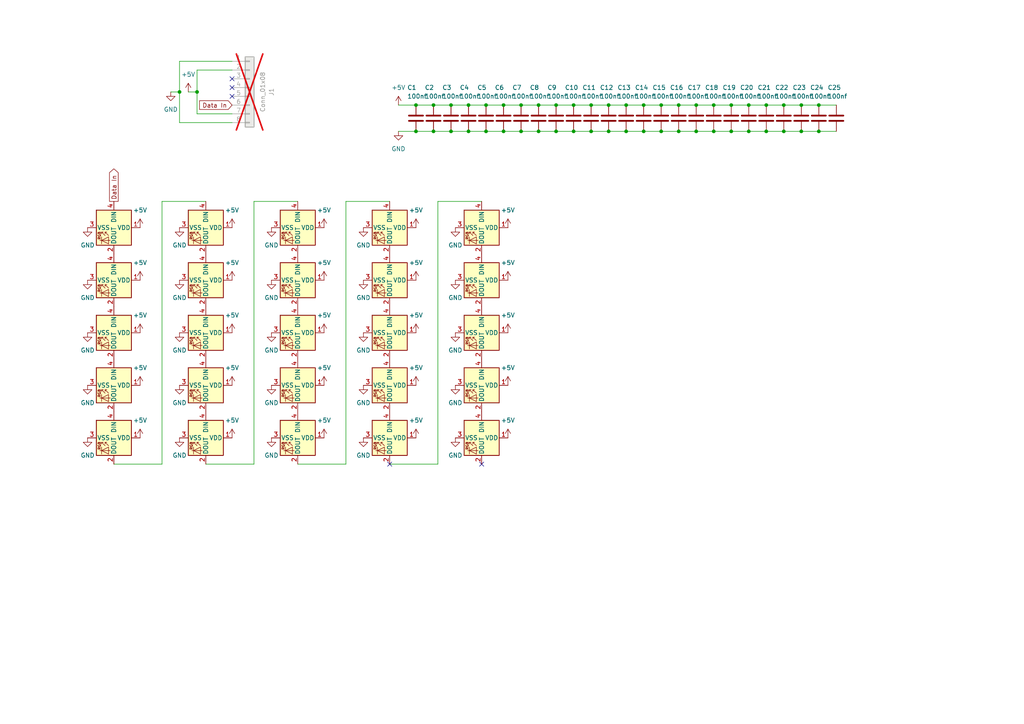
<source format=kicad_sch>
(kicad_sch (version 20230121) (generator eeschema)
  (paper "A4")
  (lib_symbols
    (symbol "Connector_Generic:Conn_01x08" (pin_names (offset 1.016) hide)
      (property "Reference" "J" (at 0 10.16 0))
      (property "Value" "Conn_01x08" (at 0 -12.7 0))
      (symbol "Conn_01x08_1_1"
        (rectangle (start -1.27 -10.033) (end 0 -10.287) (stroke (width 0.1524)))
        (rectangle (start -1.27 -7.493) (end 0 -7.747) (stroke (width 0.1524)))
        (rectangle (start -1.27 -4.953) (end 0 -5.207) (stroke (width 0.1524)))
        (rectangle (start -1.27 -2.413) (end 0 -2.667) (stroke (width 0.1524)))
        (rectangle (start -1.27 0.127) (end 0 -0.127) (stroke (width 0.1524)))
        (rectangle (start -1.27 2.667) (end 0 2.413) (stroke (width 0.1524)))
        (rectangle (start -1.27 5.207) (end 0 4.953) (stroke (width 0.1524)))
        (rectangle (start -1.27 7.747) (end 0 7.493) (stroke (width 0.1524)))
        (rectangle (start -1.27 8.89) (end 1.27 -11.43) (stroke (width 0.254)) (fill (type background)))
        (pin passive line (at -5.08 7.62 0) (length 3.81) (name "Pin_1") (number "1"))
        (pin passive line (at -5.08 5.08 0) (length 3.81) (name "Pin_2") (number "2"))
        (pin passive line (at -5.08 2.54 0) (length 3.81) (name "Pin_3") (number "3"))
        (pin passive line (at -5.08 0 0) (length 3.81) (name "Pin_4") (number "4"))
        (pin passive line (at -5.08 -2.54 0) (length 3.81) (name "Pin_5") (number "5"))
        (pin passive line (at -5.08 -5.08 0) (length 3.81) (name "Pin_6") (number "6"))
        (pin passive line (at -5.08 -7.62 0) (length 3.81) (name "Pin_7") (number "7"))
        (pin passive line (at -5.08 -10.16 0) (length 3.81) (name "Pin_8") (number "8"))
      )
    )
    (symbol "Device:C" (pin_numbers hide) (pin_names (offset 0.254))
      (property "Reference" "C" (at 0.635 2.54 0))
      (property "Value" "C" (at 0.635 -2.54 0))
      (symbol "C_0_1"
        (polyline (pts (xy -2.032 -0.762) (xy 2.032 -0.762)) (stroke (width 0.508)))
        (polyline (pts (xy -2.032 0.762) (xy 2.032 0.762)) (stroke (width 0.508)))
      )
      (symbol "C_1_1"
        (pin passive line (at 0 3.81 270) (length 2.794) (name "~") (number "1"))
        (pin passive line (at 0 -3.81 90) (length 2.794) (name "~") (number "2"))
      )
    )
    (symbol "LED:WS2812B" (pin_names (offset 0.254))
      (property "Reference" "D" (at 5.08 5.715 0))
      (property "Value" "WS2812B" (at 1.27 -5.715 0))
      (symbol "WS2812B_0_0"
        (text "RGB" (at 2.286 -4.191 0) (effects (font (size 0.762 0.762))))
      )
      (symbol "WS2812B_0_1"
        (polyline (pts (xy 1.27 -3.556) (xy 1.778 -3.556)))
        (polyline (pts (xy 1.27 -2.54) (xy 1.778 -2.54)))
        (polyline (pts (xy 4.699 -3.556) (xy 2.667 -3.556)))
        (polyline (pts (xy 2.286 -2.54) (xy 1.27 -3.556) (xy 1.27 -3.048)))
        (polyline (pts (xy 2.286 -1.524) (xy 1.27 -2.54) (xy 1.27 -2.032)))
        (polyline (pts (xy 3.683 -1.016) (xy 3.683 -3.556) (xy 3.683 -4.064)))
        (polyline (pts (xy 4.699 -1.524) (xy 2.667 -1.524) (xy 3.683 -3.556) (xy 4.699 -1.524)))
        (rectangle (start 5.08 5.08) (end -5.08 -5.08) (stroke (width 0.254)) (fill (type background)))
      )
      (symbol "WS2812B_1_1"
        (pin power_in line (at 0 7.62 270) (length 2.54) (name "VDD") (number "1"))
        (pin output line (at 7.62 0 180) (length 2.54) (name "DOUT") (number "2"))
        (pin power_in line (at 0 -7.62 90) (length 2.54) (name "VSS") (number "3"))
        (pin input line (at -7.62 0 0) (length 2.54) (name "DIN") (number "4"))
      )
    )
    (symbol "power:+5V" (power) (pin_names (offset 0))
      (property "Value" "+5V" (at 0 3.556 0))
      (symbol "+5V_0_1"
        (polyline (pts (xy -0.762 1.27) (xy 0 2.54)))
        (polyline (pts (xy 0 0) (xy 0 2.54)))
        (polyline (pts (xy 0 2.54) (xy 0.762 1.27)))
      )
      (symbol "+5V_1_1"
        (pin power_in line (at 0 0 90) (length 0) hide (name "+5V") (number "1"))
      )
    )
    (symbol "power:GND" (power) (pin_names (offset 0))
      (property "Value" "GND" (at 0 -3.81 0))
      (symbol "GND_0_1"
        (polyline (pts (xy 0 0) (xy 0 -1.27) (xy 1.27 -1.27) (xy 0 -2.54) (xy -1.27 -1.27) (xy 0 -1.27)))
      )
      (symbol "GND_1_1"
        (pin power_in line (at 0 0 270) (length 0) hide (name "GND") (number "1"))
      )
    )
  )
  (junction (at 181.61 38.1))
  (junction (at 161.29 38.1))
  (junction (at 227.33 38.1))
  (junction (at 237.49 38.1))
  (junction (at 166.37 30.48))
  (junction (at 176.53 38.1))
  (junction (at 151.13 30.48))
  (junction (at 232.41 38.1))
  (junction (at 146.05 30.48))
  (junction (at 156.21 30.48))
  (junction (at 227.33 30.48))
  (junction (at 156.21 38.1))
  (junction (at 191.77 30.48))
  (junction (at 196.85 30.48))
  (junction (at 130.81 30.48))
  (junction (at 130.81 38.1))
  (junction (at 120.65 30.48))
  (junction (at 135.89 30.48))
  (junction (at 57.15 26.67))
  (junction (at 140.97 30.48))
  (junction (at 181.61 30.48))
  (junction (at 207.01 38.1))
  (junction (at 125.73 30.48))
  (junction (at 171.45 38.1))
  (junction (at 217.17 30.48))
  (junction (at 217.17 38.1))
  (junction (at 166.37 38.1))
  (junction (at 222.25 30.48))
  (junction (at 212.09 38.1))
  (junction (at 140.97 38.1))
  (junction (at 212.09 30.48))
  (junction (at 161.29 30.48))
  (junction (at 176.53 30.48))
  (junction (at 186.69 38.1))
  (junction (at 52.07 26.67))
  (junction (at 186.69 30.48))
  (junction (at 237.49 30.48))
  (junction (at 151.13 38.1))
  (junction (at 201.93 30.48))
  (junction (at 201.93 38.1))
  (junction (at 125.73 38.1))
  (junction (at 135.89 38.1))
  (junction (at 171.45 30.48))
  (junction (at 146.05 38.1))
  (junction (at 120.65 38.1))
  (junction (at 222.25 38.1))
  (junction (at 232.41 30.48))
  (junction (at 191.77 38.1))
  (junction (at 196.85 38.1))
  (junction (at 207.01 30.48))
  (no_connect (at 67.31 22.86))
  (no_connect (at 67.31 25.4))
  (no_connect (at 139.7 134.62))
  (no_connect (at 67.31 27.94))
  (no_connect (at 113.03 134.62))
  (wire (pts (xy 140.97 30.48) (xy 146.05 30.48)))
  (wire (pts (xy 171.45 38.1) (xy 176.53 38.1)))
  (wire (pts (xy 127 58.42) (xy 139.7 58.42)))
  (wire (pts (xy 140.97 38.1) (xy 146.05 38.1)))
  (wire (pts (xy 33.02 134.62) (xy 46.99 134.62)))
  (wire (pts (xy 86.36 134.62) (xy 100.33 134.62)))
  (wire (pts (xy 217.17 30.48) (xy 222.25 30.48)))
  (wire (pts (xy 227.33 30.48) (xy 232.41 30.48)))
  (wire (pts (xy 161.29 30.48) (xy 166.37 30.48)))
  (wire (pts (xy 176.53 30.48) (xy 181.61 30.48)))
  (wire (pts (xy 222.25 30.48) (xy 227.33 30.48)))
  (wire (pts (xy 146.05 30.48) (xy 151.13 30.48)))
  (wire (pts (xy 135.89 38.1) (xy 140.97 38.1)))
  (wire (pts (xy 73.66 58.42) (xy 86.36 58.42)))
  (wire (pts (xy 100.33 134.62) (xy 100.33 58.42)))
  (wire (pts (xy 156.21 38.1) (xy 161.29 38.1)))
  (wire (pts (xy 171.45 30.48) (xy 176.53 30.48)))
  (wire (pts (xy 196.85 30.48) (xy 201.93 30.48)))
  (wire (pts (xy 151.13 38.1) (xy 156.21 38.1)))
  (wire (pts (xy 52.07 17.78) (xy 52.07 26.67)))
  (wire (pts (xy 125.73 38.1) (xy 130.81 38.1)))
  (wire (pts (xy 237.49 30.48) (xy 242.57 30.48)))
  (wire (pts (xy 151.13 30.48) (xy 156.21 30.48)))
  (wire (pts (xy 73.66 134.62) (xy 73.66 58.42)))
  (wire (pts (xy 201.93 38.1) (xy 207.01 38.1)))
  (wire (pts (xy 201.93 30.48) (xy 207.01 30.48)))
  (wire (pts (xy 161.29 38.1) (xy 166.37 38.1)))
  (wire (pts (xy 196.85 38.1) (xy 201.93 38.1)))
  (wire (pts (xy 46.99 134.62) (xy 46.99 58.42)))
  (wire (pts (xy 191.77 30.48) (xy 196.85 30.48)))
  (wire (pts (xy 146.05 38.1) (xy 151.13 38.1)))
  (wire (pts (xy 57.15 26.67) (xy 54.61 26.67)))
  (wire (pts (xy 120.65 38.1) (xy 125.73 38.1)))
  (wire (pts (xy 217.17 38.1) (xy 222.25 38.1)))
  (wire (pts (xy 166.37 38.1) (xy 171.45 38.1)))
  (wire (pts (xy 115.57 38.1) (xy 120.65 38.1)))
  (wire (pts (xy 232.41 38.1) (xy 237.49 38.1)))
  (wire (pts (xy 100.33 58.42) (xy 113.03 58.42)))
  (wire (pts (xy 113.03 134.62) (xy 127 134.62)))
  (wire (pts (xy 207.01 38.1) (xy 212.09 38.1)))
  (wire (pts (xy 222.25 38.1) (xy 227.33 38.1)))
  (wire (pts (xy 52.07 35.56) (xy 52.07 26.67)))
  (wire (pts (xy 181.61 30.48) (xy 186.69 30.48)))
  (wire (pts (xy 59.69 134.62) (xy 73.66 134.62)))
  (wire (pts (xy 125.73 30.48) (xy 130.81 30.48)))
  (wire (pts (xy 67.31 20.32) (xy 57.15 20.32)))
  (wire (pts (xy 57.15 20.32) (xy 57.15 26.67)))
  (wire (pts (xy 186.69 38.1) (xy 191.77 38.1)))
  (wire (pts (xy 67.31 17.78) (xy 52.07 17.78)))
  (wire (pts (xy 127 134.62) (xy 127 58.42)))
  (wire (pts (xy 212.09 30.48) (xy 217.17 30.48)))
  (wire (pts (xy 130.81 30.48) (xy 135.89 30.48)))
  (wire (pts (xy 156.21 30.48) (xy 161.29 30.48)))
  (wire (pts (xy 186.69 30.48) (xy 191.77 30.48)))
  (wire (pts (xy 207.01 30.48) (xy 212.09 30.48)))
  (wire (pts (xy 191.77 38.1) (xy 196.85 38.1)))
  (wire (pts (xy 67.31 35.56) (xy 52.07 35.56)))
  (wire (pts (xy 57.15 33.02) (xy 57.15 26.67)))
  (wire (pts (xy 115.57 30.48) (xy 120.65 30.48)))
  (wire (pts (xy 232.41 30.48) (xy 237.49 30.48)))
  (wire (pts (xy 166.37 30.48) (xy 171.45 30.48)))
  (wire (pts (xy 181.61 38.1) (xy 186.69 38.1)))
  (wire (pts (xy 67.31 33.02) (xy 57.15 33.02)))
  (wire (pts (xy 237.49 38.1) (xy 242.57 38.1)))
  (wire (pts (xy 46.99 58.42) (xy 59.69 58.42)))
  (wire (pts (xy 130.81 38.1) (xy 135.89 38.1)))
  (wire (pts (xy 52.07 26.67) (xy 49.53 26.67)))
  (wire (pts (xy 176.53 38.1) (xy 181.61 38.1)))
  (wire (pts (xy 227.33 38.1) (xy 232.41 38.1)))
  (wire (pts (xy 135.89 30.48) (xy 140.97 30.48)))
  (wire (pts (xy 212.09 38.1) (xy 217.17 38.1)))
  (wire (pts (xy 120.65 30.48) (xy 125.73 30.48)))
  (global_label "Data In" (shape output) (at 33.02 58.42 90) (property "Intersheetrefs" "${INTERSHEET_REFS}" (effects hide)))
  (global_label "Data In" (shape input) (at 67.31 30.48 180) (property "Intersheetrefs" "${INTERSHEET_REFS}" (effects hide)))
  (symbol (lib_id "power:GND") (at 105.41 96.52 0) (unit 1)
    (property "Reference" "#PWR035" (effects hide))
    (property "Value" "GND" (at 105.41 101.6 0))
  )
  (symbol (lib_id "power:+5V") (at 120.65 96.52 0) (unit 1)
    (property "Reference" "#PWR040" (effects hide))
    (property "Value" "+5V" (at 120.65 91.44 0))
  )
  (symbol (lib_id "power:+5V") (at 93.98 111.76 0) (unit 1)
    (property "Reference" "#PWR031" (effects hide))
    (property "Value" "+5V" (at 93.98 106.68 0))
  )
  (symbol (lib_id "power:+5V") (at 93.98 96.52 0) (unit 1)
    (property "Reference" "#PWR030" (effects hide))
    (property "Value" "+5V" (at 93.98 91.44 0))
  )
  (symbol (lib_id "Device:C") (at 232.41 34.29 0) (unit 1)
    (property "Reference" "C23" (at 229.87 25.4 0) (effects (justify left)))
    (property "Value" "100nf" (at 229.87 27.94 0) (effects (justify left)))
    (property "Footprint" "Capacitor_SMD:C_0402_1005Metric" (effects hide))
    (property "LCSC" "C1525" (effects hide))
  )
  (symbol (lib_id "power:+5V") (at 40.64 81.28 0) (unit 1)
    (property "Reference" "#PWR06" (effects hide))
    (property "Value" "+5V" (at 40.64 76.2 0))
  )
  (symbol (lib_id "LED:WS2812B") (at 113.03 96.52 270) (unit 1)
    (property "Reference" "D18" (effects hide))
    (property "Value" "WS2812B" (effects hide))
    (property "Footprint" "LED_SMD:LED_WS2812B_PLCC4_5.0x5.0mm_P3.2mm" (effects hide))
    (property "Datasheet" "https://cdn-shop.adafruit.com/datasheets/WS2812B.pdf" (effects hide))
    (property "LCSC" "C2843785" (effects hide))
  )
  (symbol (lib_id "power:+5V") (at 40.64 66.04 0) (unit 1)
    (property "Reference" "#PWR04" (effects hide))
    (property "Value" "+5V" (at 40.64 60.96 0))
  )
  (symbol (lib_id "power:GND") (at 78.74 127 0) (unit 1)
    (property "Reference" "#PWR027" (effects hide))
    (property "Value" "GND" (at 78.74 132.08 0))
  )
  (symbol (lib_id "power:GND") (at 132.08 127 0) (unit 1)
    (property "Reference" "#PWR049" (effects hide))
    (property "Value" "GND" (at 132.08 132.08 0))
  )
  (symbol (lib_id "power:GND") (at 52.07 81.28 0) (unit 1)
    (property "Reference" "#PWR014" (effects hide))
    (property "Value" "GND" (at 52.07 86.36 0))
  )
  (symbol (lib_id "power:GND") (at 78.74 81.28 0) (unit 1)
    (property "Reference" "#PWR024" (effects hide))
    (property "Value" "GND" (at 78.74 86.36 0))
  )
  (symbol (lib_id "power:GND") (at 105.41 111.76 0) (unit 1)
    (property "Reference" "#PWR036" (effects hide))
    (property "Value" "GND" (at 105.41 116.84 0))
  )
  (symbol (lib_id "Device:C") (at 217.17 34.29 0) (unit 1)
    (property "Reference" "C20" (at 214.63 25.4 0) (effects (justify left)))
    (property "Value" "100nf" (at 214.63 27.94 0) (effects (justify left)))
    (property "Footprint" "Capacitor_SMD:C_0402_1005Metric" (effects hide))
    (property "LCSC" "C1525" (effects hide))
  )
  (symbol (lib_id "power:+5V") (at 67.31 66.04 0) (unit 1)
    (property "Reference" "#PWR018" (effects hide))
    (property "Value" "+5V" (at 67.31 60.96 0))
  )
  (symbol (lib_id "LED:WS2812B") (at 59.69 127 270) (unit 1)
    (property "Reference" "D10" (effects hide))
    (property "Value" "WS2812B" (effects hide))
    (property "Footprint" "LED_SMD:LED_WS2812B_PLCC4_5.0x5.0mm_P3.2mm" (effects hide))
    (property "Datasheet" "https://cdn-shop.adafruit.com/datasheets/WS2812B.pdf" (effects hide))
    (property "LCSC" "C2843785" (effects hide))
  )
  (symbol (lib_id "power:GND") (at 25.4 96.52 0) (unit 1)
    (property "Reference" "#PWR07" (effects hide))
    (property "Value" "GND" (at 25.4 101.6 0))
  )
  (symbol (lib_id "power:GND") (at 105.41 66.04 0) (unit 1)
    (property "Reference" "#PWR033" (effects hide))
    (property "Value" "GND" (at 105.41 71.12 0))
  )
  (symbol (lib_id "Device:C") (at 186.69 34.29 0) (unit 1)
    (property "Reference" "C14" (at 184.15 25.4 0) (effects (justify left)))
    (property "Value" "100nf" (at 184.15 27.94 0) (effects (justify left)))
    (property "Footprint" "Capacitor_SMD:C_0402_1005Metric" (effects hide))
    (property "LCSC" "C1525" (effects hide))
  )
  (symbol (lib_id "Device:C") (at 201.93 34.29 0) (unit 1)
    (property "Reference" "C17" (at 199.39 25.4 0) (effects (justify left)))
    (property "Value" "100nf" (at 199.39 27.94 0) (effects (justify left)))
    (property "Footprint" "Capacitor_SMD:C_0402_1005Metric" (effects hide))
    (property "LCSC" "C1525" (effects hide))
  )
  (symbol (lib_id "power:+5V") (at 147.32 96.52 0) (unit 1)
    (property "Reference" "#PWR052" (effects hide))
    (property "Value" "+5V" (at 147.32 91.44 0))
  )
  (symbol (lib_id "power:+5V") (at 93.98 127 0) (unit 1)
    (property "Reference" "#PWR032" (effects hide))
    (property "Value" "+5V" (at 93.98 121.92 0))
  )
  (symbol (lib_id "Device:C") (at 140.97 34.29 0) (unit 1)
    (property "Reference" "C5" (at 138.43 25.4 0) (effects (justify left)))
    (property "Value" "100nf" (at 138.43 27.94 0) (effects (justify left)))
    (property "Footprint" "Capacitor_SMD:C_0402_1005Metric" (effects hide))
    (property "LCSC" "C1525" (effects hide))
  )
  (symbol (lib_id "power:+5V") (at 147.32 111.76 0) (unit 1)
    (property "Reference" "#PWR053" (effects hide))
    (property "Value" "+5V" (at 147.32 106.68 0))
  )
  (symbol (lib_id "Device:C") (at 222.25 34.29 0) (unit 1)
    (property "Reference" "C21" (at 219.71 25.4 0) (effects (justify left)))
    (property "Value" "100nf" (at 219.71 27.94 0) (effects (justify left)))
    (property "Footprint" "Capacitor_SMD:C_0402_1005Metric" (effects hide))
    (property "LCSC" "C1525" (effects hide))
  )
  (symbol (lib_id "LED:WS2812B") (at 59.69 81.28 270) (unit 1)
    (property "Reference" "D7" (effects hide))
    (property "Value" "WS2812B" (effects hide))
    (property "Footprint" "LED_SMD:LED_WS2812B_PLCC4_5.0x5.0mm_P3.2mm" (effects hide))
    (property "Datasheet" "https://cdn-shop.adafruit.com/datasheets/WS2812B.pdf" (effects hide))
    (property "LCSC" "C2843785" (effects hide))
  )
  (symbol (lib_id "power:GND") (at 49.53 26.67 0) (unit 1)
    (property "Reference" "#PWR01" (effects hide))
    (property "Value" "GND" (at 49.53 31.75 0))
  )
  (symbol (lib_id "LED:WS2812B") (at 139.7 81.28 270) (unit 1)
    (property "Reference" "D22" (effects hide))
    (property "Value" "WS2812B" (effects hide))
    (property "Footprint" "LED_SMD:LED_WS2812B_PLCC4_5.0x5.0mm_P3.2mm" (effects hide))
    (property "Datasheet" "https://cdn-shop.adafruit.com/datasheets/WS2812B.pdf" (effects hide))
    (property "LCSC" "C2843785" (effects hide))
  )
  (symbol (lib_id "power:+5V") (at 54.61 26.67 0) (unit 1)
    (property "Reference" "#PWR02" (effects hide))
    (property "Value" "+5V" (at 54.61 21.59 0))
  )
  (symbol (lib_id "LED:WS2812B") (at 33.02 96.52 270) (unit 1)
    (property "Reference" "D3" (effects hide))
    (property "Value" "WS2812B" (effects hide))
    (property "Footprint" "LED_SMD:LED_WS2812B_PLCC4_5.0x5.0mm_P3.2mm" (effects hide))
    (property "Datasheet" "https://cdn-shop.adafruit.com/datasheets/WS2812B.pdf" (effects hide))
    (property "LCSC" "C2843785" (effects hide))
  )
  (symbol (lib_id "Device:C") (at 146.05 34.29 0) (unit 1)
    (property "Reference" "C6" (at 143.51 25.4 0) (effects (justify left)))
    (property "Value" "100nf" (at 143.51 27.94 0) (effects (justify left)))
    (property "Footprint" "Capacitor_SMD:C_0402_1005Metric" (effects hide))
    (property "LCSC" "C1525" (effects hide))
  )
  (symbol (lib_id "power:+5V") (at 120.65 127 0) (unit 1)
    (property "Reference" "#PWR042" (effects hide))
    (property "Value" "+5V" (at 120.65 121.92 0))
  )
  (symbol (lib_id "LED:WS2812B") (at 59.69 111.76 270) (unit 1)
    (property "Reference" "D9" (effects hide))
    (property "Value" "WS2812B" (effects hide))
    (property "Footprint" "LED_SMD:LED_WS2812B_PLCC4_5.0x5.0mm_P3.2mm" (effects hide))
    (property "Datasheet" "https://cdn-shop.adafruit.com/datasheets/WS2812B.pdf" (effects hide))
    (property "LCSC" "C2843785" (effects hide))
  )
  (symbol (lib_id "power:GND") (at 25.4 81.28 0) (unit 1)
    (property "Reference" "#PWR05" (effects hide))
    (property "Value" "GND" (at 25.4 86.36 0))
  )
  (symbol (lib_id "power:+5V") (at 120.65 111.76 0) (unit 1)
    (property "Reference" "#PWR041" (effects hide))
    (property "Value" "+5V" (at 120.65 106.68 0))
  )
  (symbol (lib_id "LED:WS2812B") (at 139.7 66.04 270) (unit 1)
    (property "Reference" "D21" (effects hide))
    (property "Value" "WS2812B" (effects hide))
    (property "Footprint" "LED_SMD:LED_WS2812B_PLCC4_5.0x5.0mm_P3.2mm" (effects hide))
    (property "Datasheet" "https://cdn-shop.adafruit.com/datasheets/WS2812B.pdf" (effects hide))
    (property "LCSC" "C2843785" (effects hide))
  )
  (symbol (lib_id "Connector_Generic:Conn_01x08") (at 72.39 25.4 0) (unit 1) (in_bom no) (dnp yes)
    (property "Reference" "J1" (at 78.74 26.67 90))
    (property "Value" "Conn_01x08" (at 76.2 26.67 90))
    (property "Footprint" "Library:FPC_01x08_conn" (effects hide))
  )
  (symbol (lib_id "LED:WS2812B") (at 33.02 66.04 270) (unit 1)
    (property "Reference" "D1" (effects hide))
    (property "Value" "WS2812B" (effects hide))
    (property "Footprint" "LED_SMD:LED_WS2812B_PLCC4_5.0x5.0mm_P3.2mm" (effects hide))
    (property "Datasheet" "https://cdn-shop.adafruit.com/datasheets/WS2812B.pdf" (effects hide))
    (property "LCSC" "C2843785" (effects hide))
  )
  (symbol (lib_id "Device:C") (at 181.61 34.29 0) (unit 1)
    (property "Reference" "C13" (at 179.07 25.4 0) (effects (justify left)))
    (property "Value" "100nf" (at 179.07 27.94 0) (effects (justify left)))
    (property "Footprint" "Capacitor_SMD:C_0402_1005Metric" (effects hide))
    (property "LCSC" "C1525" (effects hide))
  )
  (symbol (lib_id "Device:C") (at 130.81 34.29 0) (unit 1)
    (property "Reference" "C3" (at 128.27 25.4 0) (effects (justify left)))
    (property "Value" "100nf" (at 128.27 27.94 0) (effects (justify left)))
    (property "Footprint" "Capacitor_SMD:C_0402_1005Metric" (effects hide))
    (property "LCSC" "C1525" (effects hide))
  )
  (symbol (lib_id "LED:WS2812B") (at 139.7 96.52 270) (unit 1)
    (property "Reference" "D23" (effects hide))
    (property "Value" "WS2812B" (effects hide))
    (property "Footprint" "LED_SMD:LED_WS2812B_PLCC4_5.0x5.0mm_P3.2mm" (effects hide))
    (property "Datasheet" "https://cdn-shop.adafruit.com/datasheets/WS2812B.pdf" (effects hide))
    (property "LCSC" "C2843785" (effects hide))
  )
  (symbol (lib_id "power:+5V") (at 147.32 127 0) (unit 1)
    (property "Reference" "#PWR054" (effects hide))
    (property "Value" "+5V" (at 147.32 121.92 0))
  )
  (symbol (lib_id "power:+5V") (at 40.64 96.52 0) (unit 1)
    (property "Reference" "#PWR08" (effects hide))
    (property "Value" "+5V" (at 40.64 91.44 0))
  )
  (symbol (lib_id "power:+5V") (at 120.65 81.28 0) (unit 1)
    (property "Reference" "#PWR039" (effects hide))
    (property "Value" "+5V" (at 120.65 76.2 0))
  )
  (symbol (lib_id "Device:C") (at 176.53 34.29 0) (unit 1)
    (property "Reference" "C12" (at 173.99 25.4 0) (effects (justify left)))
    (property "Value" "100nf" (at 173.99 27.94 0) (effects (justify left)))
    (property "Footprint" "Capacitor_SMD:C_0402_1005Metric" (effects hide))
    (property "LCSC" "C1525" (effects hide))
  )
  (symbol (lib_id "Device:C") (at 207.01 34.29 0) (unit 1)
    (property "Reference" "C18" (at 204.47 25.4 0) (effects (justify left)))
    (property "Value" "100nf" (at 204.47 27.94 0) (effects (justify left)))
    (property "Footprint" "Capacitor_SMD:C_0402_1005Metric" (effects hide))
    (property "LCSC" "C1525" (effects hide))
  )
  (symbol (lib_id "Device:C") (at 171.45 34.29 0) (unit 1)
    (property "Reference" "C11" (at 168.91 25.4 0) (effects (justify left)))
    (property "Value" "100nf" (at 168.91 27.94 0) (effects (justify left)))
    (property "Footprint" "Capacitor_SMD:C_0402_1005Metric" (effects hide))
    (property "LCSC" "C1525" (effects hide))
  )
  (symbol (lib_id "LED:WS2812B") (at 86.36 127 270) (unit 1)
    (property "Reference" "D15" (effects hide))
    (property "Value" "WS2812B" (effects hide))
    (property "Footprint" "LED_SMD:LED_WS2812B_PLCC4_5.0x5.0mm_P3.2mm" (effects hide))
    (property "Datasheet" "https://cdn-shop.adafruit.com/datasheets/WS2812B.pdf" (effects hide))
    (property "LCSC" "C2843785" (effects hide))
  )
  (symbol (lib_id "Device:C") (at 161.29 34.29 0) (unit 1)
    (property "Reference" "C9" (at 158.75 25.4 0) (effects (justify left)))
    (property "Value" "100nf" (at 158.75 27.94 0) (effects (justify left)))
    (property "Footprint" "Capacitor_SMD:C_0402_1005Metric" (effects hide))
    (property "LCSC" "C1525" (effects hide))
  )
  (symbol (lib_id "LED:WS2812B") (at 113.03 81.28 270) (unit 1)
    (property "Reference" "D17" (effects hide))
    (property "Value" "WS2812B" (effects hide))
    (property "Footprint" "LED_SMD:LED_WS2812B_PLCC4_5.0x5.0mm_P3.2mm" (effects hide))
    (property "Datasheet" "https://cdn-shop.adafruit.com/datasheets/WS2812B.pdf" (effects hide))
    (property "LCSC" "C2843785" (effects hide))
  )
  (symbol (lib_id "LED:WS2812B") (at 86.36 81.28 270) (unit 1)
    (property "Reference" "D12" (effects hide))
    (property "Value" "WS2812B" (effects hide))
    (property "Footprint" "LED_SMD:LED_WS2812B_PLCC4_5.0x5.0mm_P3.2mm" (effects hide))
    (property "Datasheet" "https://cdn-shop.adafruit.com/datasheets/WS2812B.pdf" (effects hide))
    (property "LCSC" "C2843785" (effects hide))
  )
  (symbol (lib_id "Device:C") (at 227.33 34.29 0) (unit 1)
    (property "Reference" "C22" (at 224.79 25.4 0) (effects (justify left)))
    (property "Value" "100nf" (at 224.79 27.94 0) (effects (justify left)))
    (property "Footprint" "Capacitor_SMD:C_0402_1005Metric" (effects hide))
    (property "LCSC" "C1525" (effects hide))
  )
  (symbol (lib_id "Device:C") (at 196.85 34.29 0) (unit 1)
    (property "Reference" "C16" (at 194.31 25.4 0) (effects (justify left)))
    (property "Value" "100nf" (at 194.31 27.94 0) (effects (justify left)))
    (property "Footprint" "Capacitor_SMD:C_0402_1005Metric" (effects hide))
    (property "LCSC" "C1525" (effects hide))
  )
  (symbol (lib_id "LED:WS2812B") (at 59.69 66.04 270) (unit 1)
    (property "Reference" "D6" (effects hide))
    (property "Value" "WS2812B" (effects hide))
    (property "Footprint" "LED_SMD:LED_WS2812B_PLCC4_5.0x5.0mm_P3.2mm" (effects hide))
    (property "Datasheet" "https://cdn-shop.adafruit.com/datasheets/WS2812B.pdf" (effects hide))
    (property "LCSC" "C2843785" (effects hide))
  )
  (symbol (lib_id "power:+5V") (at 93.98 81.28 0) (unit 1)
    (property "Reference" "#PWR029" (effects hide))
    (property "Value" "+5V" (at 93.98 76.2 0))
  )
  (symbol (lib_id "power:GND") (at 52.07 111.76 0) (unit 1)
    (property "Reference" "#PWR016" (effects hide))
    (property "Value" "GND" (at 52.07 116.84 0))
  )
  (symbol (lib_id "power:+5V") (at 147.32 81.28 0) (unit 1)
    (property "Reference" "#PWR051" (effects hide))
    (property "Value" "+5V" (at 147.32 76.2 0))
  )
  (symbol (lib_id "LED:WS2812B") (at 113.03 111.76 270) (unit 1)
    (property "Reference" "D19" (effects hide))
    (property "Value" "WS2812B" (effects hide))
    (property "Footprint" "LED_SMD:LED_WS2812B_PLCC4_5.0x5.0mm_P3.2mm" (effects hide))
    (property "Datasheet" "https://cdn-shop.adafruit.com/datasheets/WS2812B.pdf" (effects hide))
    (property "LCSC" "C2843785" (effects hide))
  )
  (symbol (lib_id "power:GND") (at 25.4 127 0) (unit 1)
    (property "Reference" "#PWR011" (effects hide))
    (property "Value" "GND" (at 25.4 132.08 0))
  )
  (symbol (lib_id "power:+5V") (at 40.64 127 0) (unit 1)
    (property "Reference" "#PWR012" (effects hide))
    (property "Value" "+5V" (at 40.64 121.92 0))
  )
  (symbol (lib_id "Device:C") (at 191.77 34.29 0) (unit 1)
    (property "Reference" "C15" (at 189.23 25.4 0) (effects (justify left)))
    (property "Value" "100nf" (at 189.23 27.94 0) (effects (justify left)))
    (property "Footprint" "Capacitor_SMD:C_0402_1005Metric" (effects hide))
    (property "LCSC" "C1525" (effects hide))
  )
  (symbol (lib_id "power:+5V") (at 93.98 66.04 0) (unit 1)
    (property "Reference" "#PWR028" (effects hide))
    (property "Value" "+5V" (at 93.98 60.96 0))
  )
  (symbol (lib_id "Device:C") (at 156.21 34.29 0) (unit 1)
    (property "Reference" "C8" (at 153.67 25.4 0) (effects (justify left)))
    (property "Value" "100nf" (at 153.67 27.94 0) (effects (justify left)))
    (property "Footprint" "Capacitor_SMD:C_0402_1005Metric" (effects hide))
    (property "LCSC" "C1525" (effects hide))
  )
  (symbol (lib_id "power:GND") (at 78.74 66.04 0) (unit 1)
    (property "Reference" "#PWR023" (effects hide))
    (property "Value" "GND" (at 78.74 71.12 0))
  )
  (symbol (lib_id "Device:C") (at 212.09 34.29 0) (unit 1)
    (property "Reference" "C19" (at 209.55 25.4 0) (effects (justify left)))
    (property "Value" "100nf" (at 209.55 27.94 0) (effects (justify left)))
    (property "Footprint" "Capacitor_SMD:C_0402_1005Metric" (effects hide))
    (property "LCSC" "C1525" (effects hide))
  )
  (symbol (lib_id "power:GND") (at 105.41 127 0) (unit 1)
    (property "Reference" "#PWR037" (effects hide))
    (property "Value" "GND" (at 105.41 132.08 0))
  )
  (symbol (lib_id "power:+5V") (at 67.31 96.52 0) (unit 1)
    (property "Reference" "#PWR020" (effects hide))
    (property "Value" "+5V" (at 67.31 91.44 0))
  )
  (symbol (lib_id "LED:WS2812B") (at 33.02 111.76 270) (unit 1)
    (property "Reference" "D4" (effects hide))
    (property "Value" "WS2812B" (effects hide))
    (property "Footprint" "LED_SMD:LED_WS2812B_PLCC4_5.0x5.0mm_P3.2mm" (effects hide))
    (property "Datasheet" "https://cdn-shop.adafruit.com/datasheets/WS2812B.pdf" (effects hide))
    (property "LCSC" "C2843785" (effects hide))
  )
  (symbol (lib_id "power:+5V") (at 40.64 111.76 0) (unit 1)
    (property "Reference" "#PWR010" (effects hide))
    (property "Value" "+5V" (at 40.64 106.68 0))
  )
  (symbol (lib_id "LED:WS2812B") (at 33.02 81.28 270) (unit 1)
    (property "Reference" "D2" (effects hide))
    (property "Value" "WS2812B" (effects hide))
    (property "Footprint" "LED_SMD:LED_WS2812B_PLCC4_5.0x5.0mm_P3.2mm" (effects hide))
    (property "Datasheet" "https://cdn-shop.adafruit.com/datasheets/WS2812B.pdf" (effects hide))
    (property "LCSC" "C2843785" (effects hide))
  )
  (symbol (lib_id "Device:C") (at 125.73 34.29 0) (unit 1)
    (property "Reference" "C2" (at 123.19 25.4 0) (effects (justify left)))
    (property "Value" "100nf" (at 123.19 27.94 0) (effects (justify left)))
    (property "Footprint" "Capacitor_SMD:C_0402_1005Metric" (effects hide))
    (property "LCSC" "C1525" (effects hide))
  )
  (symbol (lib_id "Device:C") (at 151.13 34.29 0) (unit 1)
    (property "Reference" "C7" (at 148.59 25.4 0) (effects (justify left)))
    (property "Value" "100nf" (at 148.59 27.94 0) (effects (justify left)))
    (property "Footprint" "Capacitor_SMD:C_0402_1005Metric" (effects hide))
    (property "LCSC" "C1525" (effects hide))
  )
  (symbol (lib_id "power:GND") (at 78.74 96.52 0) (unit 1)
    (property "Reference" "#PWR025" (effects hide))
    (property "Value" "GND" (at 78.74 101.6 0))
  )
  (symbol (lib_id "power:GND") (at 25.4 66.04 0) (unit 1)
    (property "Reference" "#PWR03" (effects hide))
    (property "Value" "GND" (at 25.4 71.12 0))
  )
  (symbol (lib_id "power:GND") (at 52.07 127 0) (unit 1)
    (property "Reference" "#PWR017" (effects hide))
    (property "Value" "GND" (at 52.07 132.08 0))
  )
  (symbol (lib_id "power:GND") (at 25.4 111.76 0) (unit 1)
    (property "Reference" "#PWR09" (effects hide))
    (property "Value" "GND" (at 25.4 116.84 0))
  )
  (symbol (lib_id "LED:WS2812B") (at 139.7 111.76 270) (unit 1)
    (property "Reference" "D24" (effects hide))
    (property "Value" "WS2812B" (effects hide))
    (property "Footprint" "LED_SMD:LED_WS2812B_PLCC4_5.0x5.0mm_P3.2mm" (effects hide))
    (property "Datasheet" "https://cdn-shop.adafruit.com/datasheets/WS2812B.pdf" (effects hide))
    (property "LCSC" "C2843785" (effects hide))
  )
  (symbol (lib_id "power:+5V") (at 115.57 30.48 0) (unit 1)
    (property "Reference" "#PWR043" (effects hide))
    (property "Value" "+5V" (at 115.57 25.4 0))
  )
  (symbol (lib_id "power:GND") (at 132.08 81.28 0) (unit 1)
    (property "Reference" "#PWR046" (effects hide))
    (property "Value" "GND" (at 132.08 86.36 0))
  )
  (symbol (lib_id "power:GND") (at 132.08 66.04 0) (unit 1)
    (property "Reference" "#PWR045" (effects hide))
    (property "Value" "GND" (at 132.08 71.12 0))
  )
  (symbol (lib_id "power:GND") (at 105.41 81.28 0) (unit 1)
    (property "Reference" "#PWR034" (effects hide))
    (property "Value" "GND" (at 105.41 86.36 0))
  )
  (symbol (lib_id "Device:C") (at 237.49 34.29 0) (unit 1)
    (property "Reference" "C24" (at 234.95 25.4 0) (effects (justify left)))
    (property "Value" "100nf" (at 234.95 27.94 0) (effects (justify left)))
    (property "Footprint" "Capacitor_SMD:C_0402_1005Metric" (effects hide))
    (property "LCSC" "C1525" (effects hide))
  )
  (symbol (lib_id "power:GND") (at 52.07 66.04 0) (unit 1)
    (property "Reference" "#PWR013" (effects hide))
    (property "Value" "GND" (at 52.07 71.12 0))
  )
  (symbol (lib_id "Device:C") (at 166.37 34.29 0) (unit 1)
    (property "Reference" "C10" (at 163.83 25.4 0) (effects (justify left)))
    (property "Value" "100nf" (at 163.83 27.94 0) (effects (justify left)))
    (property "Footprint" "Capacitor_SMD:C_0402_1005Metric" (effects hide))
    (property "LCSC" "C1525" (effects hide))
  )
  (symbol (lib_id "Device:C") (at 120.65 34.29 0) (unit 1)
    (property "Reference" "C1" (at 118.11 25.4 0) (effects (justify left)))
    (property "Value" "100nf" (at 118.11 27.94 0) (effects (justify left)))
    (property "Footprint" "Capacitor_SMD:C_0402_1005Metric" (effects hide))
    (property "LCSC" "C1525" (effects hide))
  )
  (symbol (lib_id "power:GND") (at 78.74 111.76 0) (unit 1)
    (property "Reference" "#PWR026" (effects hide))
    (property "Value" "GND" (at 78.74 116.84 0))
  )
  (symbol (lib_id "LED:WS2812B") (at 86.36 66.04 270) (unit 1)
    (property "Reference" "D11" (effects hide))
    (property "Value" "WS2812B" (effects hide))
    (property "Footprint" "LED_SMD:LED_WS2812B_PLCC4_5.0x5.0mm_P3.2mm" (effects hide))
    (property "Datasheet" "https://cdn-shop.adafruit.com/datasheets/WS2812B.pdf" (effects hide))
    (property "LCSC" "C2843785" (effects hide))
  )
  (symbol (lib_id "power:GND") (at 52.07 96.52 0) (unit 1)
    (property "Reference" "#PWR015" (effects hide))
    (property "Value" "GND" (at 52.07 101.6 0))
  )
  (symbol (lib_id "LED:WS2812B") (at 59.69 96.52 270) (unit 1)
    (property "Reference" "D8" (effects hide))
    (property "Value" "WS2812B" (effects hide))
    (property "Footprint" "LED_SMD:LED_WS2812B_PLCC4_5.0x5.0mm_P3.2mm" (effects hide))
    (property "Datasheet" "https://cdn-shop.adafruit.com/datasheets/WS2812B.pdf" (effects hide))
    (property "LCSC" "C2843785" (effects hide))
  )
  (symbol (lib_id "power:+5V") (at 120.65 66.04 0) (unit 1)
    (property "Reference" "#PWR038" (effects hide))
    (property "Value" "+5V" (at 120.65 60.96 0))
  )
  (symbol (lib_id "power:GND") (at 132.08 111.76 0) (unit 1)
    (property "Reference" "#PWR048" (effects hide))
    (property "Value" "GND" (at 132.08 116.84 0))
  )
  (symbol (lib_id "power:GND") (at 132.08 96.52 0) (unit 1)
    (property "Reference" "#PWR047" (effects hide))
    (property "Value" "GND" (at 132.08 101.6 0))
  )
  (symbol (lib_id "power:GND") (at 115.57 38.1 0) (unit 1)
    (property "Reference" "#PWR044" (effects hide))
    (property "Value" "GND" (at 115.57 43.18 0))
  )
  (symbol (lib_id "LED:WS2812B") (at 33.02 127 270) (unit 1)
    (property "Reference" "D5" (effects hide))
    (property "Value" "WS2812B" (effects hide))
    (property "Footprint" "LED_SMD:LED_WS2812B_PLCC4_5.0x5.0mm_P3.2mm" (effects hide))
    (property "Datasheet" "https://cdn-shop.adafruit.com/datasheets/WS2812B.pdf" (effects hide))
    (property "LCSC" "C2843785" (effects hide))
  )
  (symbol (lib_id "LED:WS2812B") (at 113.03 66.04 270) (unit 1)
    (property "Reference" "D16" (effects hide))
    (property "Value" "WS2812B" (effects hide))
    (property "Footprint" "LED_SMD:LED_WS2812B_PLCC4_5.0x5.0mm_P3.2mm" (effects hide))
    (property "Datasheet" "https://cdn-shop.adafruit.com/datasheets/WS2812B.pdf" (effects hide))
    (property "LCSC" "C2843785" (effects hide))
  )
  (symbol (lib_id "LED:WS2812B") (at 86.36 111.76 270) (unit 1)
    (property "Reference" "D14" (effects hide))
    (property "Value" "WS2812B" (effects hide))
    (property "Footprint" "LED_SMD:LED_WS2812B_PLCC4_5.0x5.0mm_P3.2mm" (effects hide))
    (property "Datasheet" "https://cdn-shop.adafruit.com/datasheets/WS2812B.pdf" (effects hide))
    (property "LCSC" "C2843785" (effects hide))
  )
  (symbol (lib_id "LED:WS2812B") (at 86.36 96.52 270) (unit 1)
    (property "Reference" "D13" (effects hide))
    (property "Value" "WS2812B" (effects hide))
    (property "Footprint" "LED_SMD:LED_WS2812B_PLCC4_5.0x5.0mm_P3.2mm" (effects hide))
    (property "Datasheet" "https://cdn-shop.adafruit.com/datasheets/WS2812B.pdf" (effects hide))
    (property "LCSC" "C2843785" (effects hide))
  )
  (symbol (lib_id "LED:WS2812B") (at 113.03 127 270) (unit 1)
    (property "Reference" "D20" (effects hide))
    (property "Value" "WS2812B" (effects hide))
    (property "Footprint" "LED_SMD:LED_WS2812B_PLCC4_5.0x5.0mm_P3.2mm" (effects hide))
    (property "Datasheet" "https://cdn-shop.adafruit.com/datasheets/WS2812B.pdf" (effects hide))
    (property "LCSC" "C2843785" (effects hide))
  )
  (symbol (lib_id "power:+5V") (at 67.31 81.28 0) (unit 1)
    (property "Reference" "#PWR019" (effects hide))
    (property "Value" "+5V" (at 67.31 76.2 0))
  )
  (symbol (lib_id "power:+5V") (at 67.31 111.76 0) (unit 1)
    (property "Reference" "#PWR021" (effects hide))
    (property "Value" "+5V" (at 67.31 106.68 0))
  )
  (symbol (lib_id "power:+5V") (at 147.32 66.04 0) (unit 1)
    (property "Reference" "#PWR050" (effects hide))
    (property "Value" "+5V" (at 147.32 60.96 0))
  )
  (symbol (lib_id "Device:C") (at 242.57 34.29 0) (unit 1)
    (property "Reference" "C25" (at 240.03 25.4 0) (effects (justify left)))
    (property "Value" "100nf" (at 240.03 27.94 0) (effects (justify left)))
    (property "Footprint" "Capacitor_SMD:C_0402_1005Metric" (effects hide))
    (property "LCSC" "C1525" (effects hide))
  )
  (symbol (lib_id "power:+5V") (at 67.31 127 0) (unit 1)
    (property "Reference" "#PWR022" (effects hide))
    (property "Value" "+5V" (at 67.31 121.92 0))
  )
  (symbol (lib_id "Device:C") (at 135.89 34.29 0) (unit 1)
    (property "Reference" "C4" (at 133.35 25.4 0) (effects (justify left)))
    (property "Value" "100nf" (at 133.35 27.94 0) (effects (justify left)))
    (property "Footprint" "Capacitor_SMD:C_0402_1005Metric" (effects hide))
    (property "LCSC" "C1525" (effects hide))
  )
  (symbol (lib_id "LED:WS2812B") (at 139.7 127 270) (unit 1)
    (property "Reference" "D25" (effects hide))
    (property "Value" "WS2812B" (effects hide))
    (property "Footprint" "LED_SMD:LED_WS2812B_PLCC4_5.0x5.0mm_P3.2mm" (effects hide))
    (property "Datasheet" "https://cdn-shop.adafruit.com/datasheets/WS2812B.pdf" (effects hide))
    (property "LCSC" "C2843785" (effects hide))
  )
)
</source>
